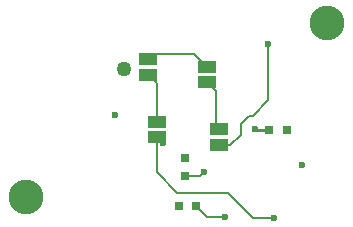
<source format=gbl>
G04*
G04 #@! TF.GenerationSoftware,Altium Limited,Altium Designer,19.0.13 (425)*
G04*
G04 Layer_Physical_Order=2*
G04 Layer_Color=16711680*
%FSLAX25Y25*%
%MOIN*%
G70*
G01*
G75*
%ADD27C,0.00984*%
%ADD28C,0.11600*%
%ADD29C,0.02362*%
%ADD30C,0.05000*%
%ADD31R,0.06299X0.03937*%
%ADD32R,0.03150X0.02953*%
%ADD33R,0.02953X0.03150*%
%ADD34C,0.00600*%
D27*
X117271Y71260D02*
X122244D01*
D28*
X141417Y106905D02*
D03*
X41024Y48679D02*
D03*
D29*
X86614Y66929D02*
D03*
X70866Y76128D02*
D03*
X100394Y57087D02*
D03*
X107283Y42088D02*
D03*
X117271Y71282D02*
D03*
X133071Y59471D02*
D03*
X121736Y99606D02*
D03*
X123622Y41754D02*
D03*
D30*
X73819Y91535D02*
D03*
D31*
X105315Y71282D02*
D03*
Y66164D02*
D03*
X101378Y92126D02*
D03*
Y87008D02*
D03*
X81693Y89567D02*
D03*
Y94685D02*
D03*
X84646Y68723D02*
D03*
Y73841D02*
D03*
D32*
X91929Y45669D02*
D03*
X97835D02*
D03*
X122244Y71260D02*
D03*
X128150D02*
D03*
D33*
X94095Y55905D02*
D03*
Y61811D02*
D03*
D34*
X81693Y89567D02*
X84646Y86614D01*
X83268Y93504D02*
Y96063D01*
X83661Y96457D02*
X97047D01*
X83268Y96063D02*
X83661Y96457D01*
X97047D02*
X101378Y92126D01*
X104331Y72266D02*
Y84055D01*
Y72266D02*
X105315Y71282D01*
X101378Y87008D02*
X104331Y84055D01*
X105315Y65945D02*
X109252D01*
X104331Y66929D02*
X105315Y65945D01*
X112640Y69333D02*
Y73200D01*
X109252Y65945D02*
X112640Y69333D01*
X116602Y75912D02*
X121736Y81047D01*
X115353Y75912D02*
X116602D01*
X112640Y73200D02*
X115353Y75912D01*
X121736Y81047D02*
Y99606D01*
X84646Y73841D02*
Y86614D01*
Y57087D02*
Y68723D01*
Y57087D02*
X91535Y50197D01*
X108268D01*
X116710Y41754D01*
X100342Y57087D02*
X100394D01*
X99161Y55905D02*
X100342Y57087D01*
X94095Y55905D02*
X99161D01*
X97933Y45669D02*
X99110Y44493D01*
Y44394D02*
X101416Y42088D01*
X99110Y44394D02*
Y44493D01*
X97835Y45669D02*
X97933D01*
X101416Y42088D02*
X107283D01*
X116710Y41754D02*
X123622D01*
M02*

</source>
